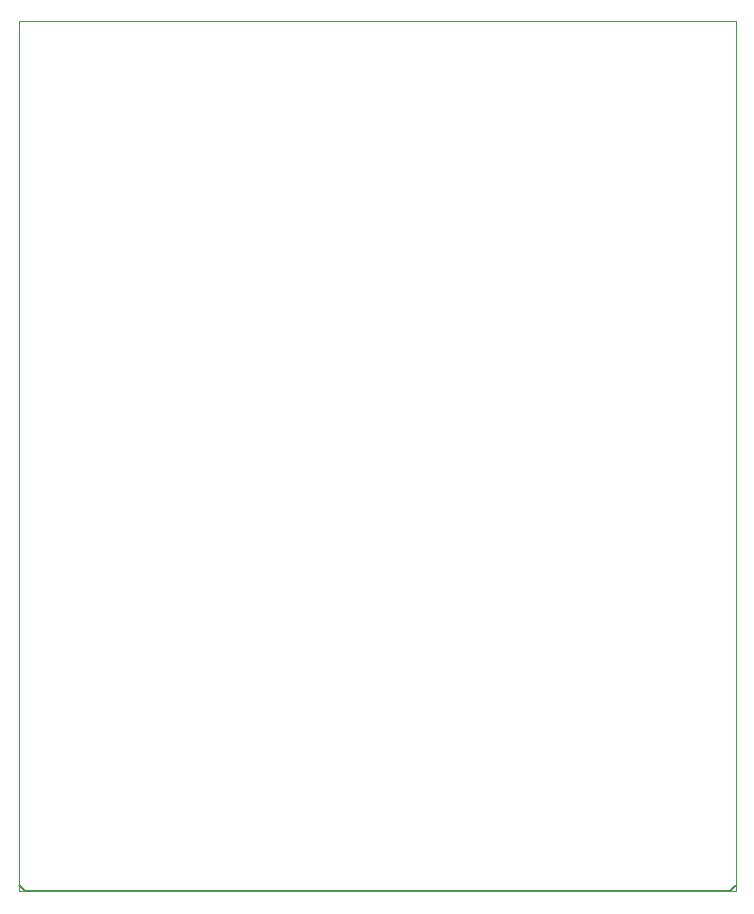
<source format=gbo>
G75*
%MOIN*%
%OFA0B0*%
%FSLAX25Y25*%
%IPPOS*%
%LPD*%
%AMOC8*
5,1,8,0,0,1.08239X$1,22.5*
%
%ADD10C,0.00000*%
%ADD11C,0.00500*%
D10*
X0027500Y0034500D02*
X0027500Y0324500D01*
X0266500Y0324500D01*
X0266500Y0034500D01*
X0027500Y0034500D01*
D11*
X0029500Y0034500D02*
X0027500Y0036500D01*
X0029500Y0034500D02*
X0149000Y0034500D01*
X0153200Y0034500D01*
X0264500Y0034500D01*
X0266500Y0036500D01*
M02*

</source>
